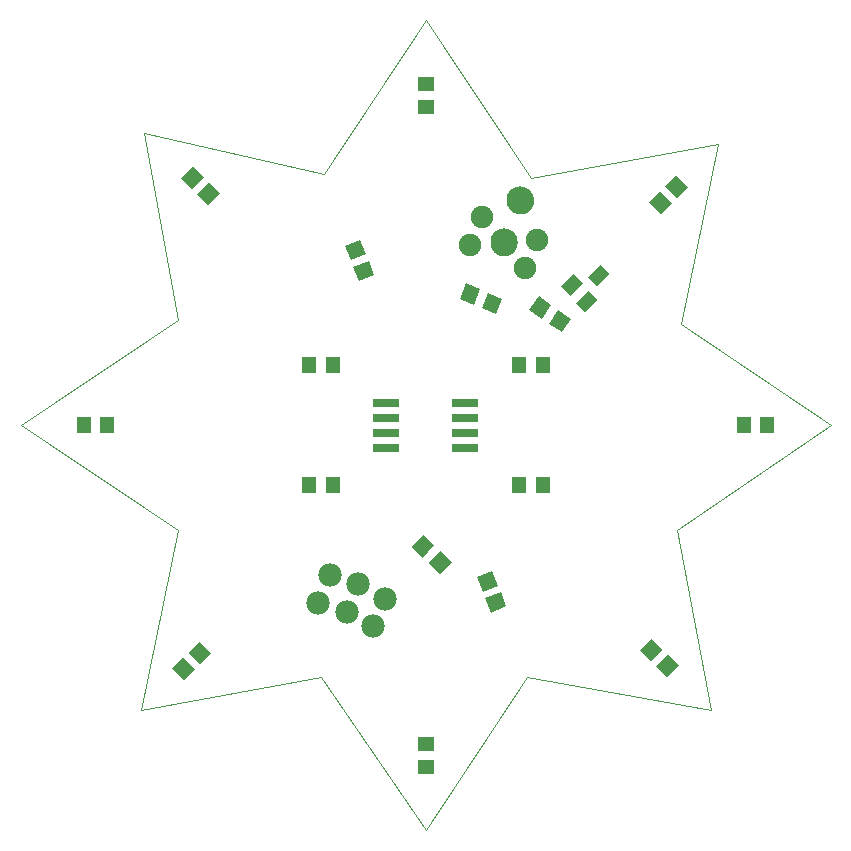
<source format=gts>
G75*
%MOIN*%
%OFA0B0*%
%FSLAX25Y25*%
%IPPOS*%
%LPD*%
%AMOC8*
5,1,8,0,0,1.08239X$1,22.5*
%
%ADD10C,0.00200*%
%ADD11C,0.00000*%
%ADD12C,0.09061*%
%ADD13R,0.05124X0.05518*%
%ADD14R,0.09061X0.02762*%
%ADD15R,0.05518X0.05124*%
%ADD16C,0.07800*%
%ADD17R,0.04337X0.05912*%
%ADD18C,0.07487*%
D10*
X0041350Y0042100D02*
X0101350Y0053350D01*
X0136350Y0002100D01*
X0170100Y0053350D01*
X0231350Y0042100D01*
X0220100Y0102100D01*
X0271350Y0137100D01*
X0221350Y0170850D01*
X0233850Y0230850D01*
X0171350Y0219600D01*
X0136350Y0272100D01*
X0102600Y0220850D01*
X0042600Y0234600D01*
X0053850Y0172100D01*
X0001350Y0137100D01*
X0053850Y0102100D01*
X0041350Y0042100D01*
D11*
X0158019Y0198100D02*
X0158021Y0198231D01*
X0158027Y0198363D01*
X0158037Y0198494D01*
X0158051Y0198625D01*
X0158069Y0198755D01*
X0158091Y0198884D01*
X0158116Y0199013D01*
X0158146Y0199141D01*
X0158180Y0199268D01*
X0158217Y0199395D01*
X0158258Y0199519D01*
X0158303Y0199643D01*
X0158352Y0199765D01*
X0158404Y0199886D01*
X0158460Y0200004D01*
X0158520Y0200122D01*
X0158583Y0200237D01*
X0158650Y0200350D01*
X0158720Y0200462D01*
X0158793Y0200571D01*
X0158869Y0200677D01*
X0158949Y0200782D01*
X0159032Y0200884D01*
X0159118Y0200983D01*
X0159207Y0201080D01*
X0159299Y0201174D01*
X0159394Y0201265D01*
X0159491Y0201354D01*
X0159591Y0201439D01*
X0159694Y0201521D01*
X0159799Y0201600D01*
X0159906Y0201676D01*
X0160016Y0201748D01*
X0160128Y0201817D01*
X0160242Y0201883D01*
X0160357Y0201945D01*
X0160475Y0202004D01*
X0160594Y0202059D01*
X0160715Y0202111D01*
X0160838Y0202158D01*
X0160962Y0202202D01*
X0161087Y0202243D01*
X0161213Y0202279D01*
X0161341Y0202312D01*
X0161469Y0202340D01*
X0161598Y0202365D01*
X0161728Y0202386D01*
X0161858Y0202403D01*
X0161989Y0202416D01*
X0162120Y0202425D01*
X0162251Y0202430D01*
X0162383Y0202431D01*
X0162514Y0202428D01*
X0162646Y0202421D01*
X0162777Y0202410D01*
X0162907Y0202395D01*
X0163037Y0202376D01*
X0163167Y0202353D01*
X0163295Y0202327D01*
X0163423Y0202296D01*
X0163550Y0202261D01*
X0163676Y0202223D01*
X0163800Y0202181D01*
X0163924Y0202135D01*
X0164045Y0202085D01*
X0164165Y0202032D01*
X0164284Y0201975D01*
X0164401Y0201915D01*
X0164515Y0201851D01*
X0164628Y0201783D01*
X0164739Y0201712D01*
X0164848Y0201638D01*
X0164954Y0201561D01*
X0165058Y0201480D01*
X0165159Y0201397D01*
X0165258Y0201310D01*
X0165354Y0201220D01*
X0165447Y0201127D01*
X0165538Y0201032D01*
X0165625Y0200934D01*
X0165710Y0200833D01*
X0165791Y0200730D01*
X0165869Y0200624D01*
X0165944Y0200516D01*
X0166016Y0200406D01*
X0166084Y0200294D01*
X0166149Y0200180D01*
X0166210Y0200063D01*
X0166268Y0199945D01*
X0166322Y0199825D01*
X0166373Y0199704D01*
X0166420Y0199581D01*
X0166463Y0199457D01*
X0166502Y0199332D01*
X0166538Y0199205D01*
X0166569Y0199077D01*
X0166597Y0198949D01*
X0166621Y0198820D01*
X0166641Y0198690D01*
X0166657Y0198559D01*
X0166669Y0198428D01*
X0166677Y0198297D01*
X0166681Y0198166D01*
X0166681Y0198034D01*
X0166677Y0197903D01*
X0166669Y0197772D01*
X0166657Y0197641D01*
X0166641Y0197510D01*
X0166621Y0197380D01*
X0166597Y0197251D01*
X0166569Y0197123D01*
X0166538Y0196995D01*
X0166502Y0196868D01*
X0166463Y0196743D01*
X0166420Y0196619D01*
X0166373Y0196496D01*
X0166322Y0196375D01*
X0166268Y0196255D01*
X0166210Y0196137D01*
X0166149Y0196020D01*
X0166084Y0195906D01*
X0166016Y0195794D01*
X0165944Y0195684D01*
X0165869Y0195576D01*
X0165791Y0195470D01*
X0165710Y0195367D01*
X0165625Y0195266D01*
X0165538Y0195168D01*
X0165447Y0195073D01*
X0165354Y0194980D01*
X0165258Y0194890D01*
X0165159Y0194803D01*
X0165058Y0194720D01*
X0164954Y0194639D01*
X0164848Y0194562D01*
X0164739Y0194488D01*
X0164628Y0194417D01*
X0164516Y0194349D01*
X0164401Y0194285D01*
X0164284Y0194225D01*
X0164165Y0194168D01*
X0164045Y0194115D01*
X0163924Y0194065D01*
X0163800Y0194019D01*
X0163676Y0193977D01*
X0163550Y0193939D01*
X0163423Y0193904D01*
X0163295Y0193873D01*
X0163167Y0193847D01*
X0163037Y0193824D01*
X0162907Y0193805D01*
X0162777Y0193790D01*
X0162646Y0193779D01*
X0162514Y0193772D01*
X0162383Y0193769D01*
X0162251Y0193770D01*
X0162120Y0193775D01*
X0161989Y0193784D01*
X0161858Y0193797D01*
X0161728Y0193814D01*
X0161598Y0193835D01*
X0161469Y0193860D01*
X0161341Y0193888D01*
X0161213Y0193921D01*
X0161087Y0193957D01*
X0160962Y0193998D01*
X0160838Y0194042D01*
X0160715Y0194089D01*
X0160594Y0194141D01*
X0160475Y0194196D01*
X0160357Y0194255D01*
X0160242Y0194317D01*
X0160128Y0194383D01*
X0160016Y0194452D01*
X0159906Y0194524D01*
X0159799Y0194600D01*
X0159694Y0194679D01*
X0159591Y0194761D01*
X0159491Y0194846D01*
X0159394Y0194935D01*
X0159299Y0195026D01*
X0159207Y0195120D01*
X0159118Y0195217D01*
X0159032Y0195316D01*
X0158949Y0195418D01*
X0158869Y0195523D01*
X0158793Y0195629D01*
X0158720Y0195738D01*
X0158650Y0195850D01*
X0158583Y0195963D01*
X0158520Y0196078D01*
X0158460Y0196196D01*
X0158404Y0196314D01*
X0158352Y0196435D01*
X0158303Y0196557D01*
X0158258Y0196681D01*
X0158217Y0196805D01*
X0158180Y0196932D01*
X0158146Y0197059D01*
X0158116Y0197187D01*
X0158091Y0197316D01*
X0158069Y0197445D01*
X0158051Y0197575D01*
X0158037Y0197706D01*
X0158027Y0197837D01*
X0158021Y0197969D01*
X0158019Y0198100D01*
X0163519Y0212100D02*
X0163521Y0212231D01*
X0163527Y0212363D01*
X0163537Y0212494D01*
X0163551Y0212625D01*
X0163569Y0212755D01*
X0163591Y0212884D01*
X0163616Y0213013D01*
X0163646Y0213141D01*
X0163680Y0213268D01*
X0163717Y0213395D01*
X0163758Y0213519D01*
X0163803Y0213643D01*
X0163852Y0213765D01*
X0163904Y0213886D01*
X0163960Y0214004D01*
X0164020Y0214122D01*
X0164083Y0214237D01*
X0164150Y0214350D01*
X0164220Y0214462D01*
X0164293Y0214571D01*
X0164369Y0214677D01*
X0164449Y0214782D01*
X0164532Y0214884D01*
X0164618Y0214983D01*
X0164707Y0215080D01*
X0164799Y0215174D01*
X0164894Y0215265D01*
X0164991Y0215354D01*
X0165091Y0215439D01*
X0165194Y0215521D01*
X0165299Y0215600D01*
X0165406Y0215676D01*
X0165516Y0215748D01*
X0165628Y0215817D01*
X0165742Y0215883D01*
X0165857Y0215945D01*
X0165975Y0216004D01*
X0166094Y0216059D01*
X0166215Y0216111D01*
X0166338Y0216158D01*
X0166462Y0216202D01*
X0166587Y0216243D01*
X0166713Y0216279D01*
X0166841Y0216312D01*
X0166969Y0216340D01*
X0167098Y0216365D01*
X0167228Y0216386D01*
X0167358Y0216403D01*
X0167489Y0216416D01*
X0167620Y0216425D01*
X0167751Y0216430D01*
X0167883Y0216431D01*
X0168014Y0216428D01*
X0168146Y0216421D01*
X0168277Y0216410D01*
X0168407Y0216395D01*
X0168537Y0216376D01*
X0168667Y0216353D01*
X0168795Y0216327D01*
X0168923Y0216296D01*
X0169050Y0216261D01*
X0169176Y0216223D01*
X0169300Y0216181D01*
X0169424Y0216135D01*
X0169545Y0216085D01*
X0169665Y0216032D01*
X0169784Y0215975D01*
X0169901Y0215915D01*
X0170015Y0215851D01*
X0170128Y0215783D01*
X0170239Y0215712D01*
X0170348Y0215638D01*
X0170454Y0215561D01*
X0170558Y0215480D01*
X0170659Y0215397D01*
X0170758Y0215310D01*
X0170854Y0215220D01*
X0170947Y0215127D01*
X0171038Y0215032D01*
X0171125Y0214934D01*
X0171210Y0214833D01*
X0171291Y0214730D01*
X0171369Y0214624D01*
X0171444Y0214516D01*
X0171516Y0214406D01*
X0171584Y0214294D01*
X0171649Y0214180D01*
X0171710Y0214063D01*
X0171768Y0213945D01*
X0171822Y0213825D01*
X0171873Y0213704D01*
X0171920Y0213581D01*
X0171963Y0213457D01*
X0172002Y0213332D01*
X0172038Y0213205D01*
X0172069Y0213077D01*
X0172097Y0212949D01*
X0172121Y0212820D01*
X0172141Y0212690D01*
X0172157Y0212559D01*
X0172169Y0212428D01*
X0172177Y0212297D01*
X0172181Y0212166D01*
X0172181Y0212034D01*
X0172177Y0211903D01*
X0172169Y0211772D01*
X0172157Y0211641D01*
X0172141Y0211510D01*
X0172121Y0211380D01*
X0172097Y0211251D01*
X0172069Y0211123D01*
X0172038Y0210995D01*
X0172002Y0210868D01*
X0171963Y0210743D01*
X0171920Y0210619D01*
X0171873Y0210496D01*
X0171822Y0210375D01*
X0171768Y0210255D01*
X0171710Y0210137D01*
X0171649Y0210020D01*
X0171584Y0209906D01*
X0171516Y0209794D01*
X0171444Y0209684D01*
X0171369Y0209576D01*
X0171291Y0209470D01*
X0171210Y0209367D01*
X0171125Y0209266D01*
X0171038Y0209168D01*
X0170947Y0209073D01*
X0170854Y0208980D01*
X0170758Y0208890D01*
X0170659Y0208803D01*
X0170558Y0208720D01*
X0170454Y0208639D01*
X0170348Y0208562D01*
X0170239Y0208488D01*
X0170128Y0208417D01*
X0170016Y0208349D01*
X0169901Y0208285D01*
X0169784Y0208225D01*
X0169665Y0208168D01*
X0169545Y0208115D01*
X0169424Y0208065D01*
X0169300Y0208019D01*
X0169176Y0207977D01*
X0169050Y0207939D01*
X0168923Y0207904D01*
X0168795Y0207873D01*
X0168667Y0207847D01*
X0168537Y0207824D01*
X0168407Y0207805D01*
X0168277Y0207790D01*
X0168146Y0207779D01*
X0168014Y0207772D01*
X0167883Y0207769D01*
X0167751Y0207770D01*
X0167620Y0207775D01*
X0167489Y0207784D01*
X0167358Y0207797D01*
X0167228Y0207814D01*
X0167098Y0207835D01*
X0166969Y0207860D01*
X0166841Y0207888D01*
X0166713Y0207921D01*
X0166587Y0207957D01*
X0166462Y0207998D01*
X0166338Y0208042D01*
X0166215Y0208089D01*
X0166094Y0208141D01*
X0165975Y0208196D01*
X0165857Y0208255D01*
X0165742Y0208317D01*
X0165628Y0208383D01*
X0165516Y0208452D01*
X0165406Y0208524D01*
X0165299Y0208600D01*
X0165194Y0208679D01*
X0165091Y0208761D01*
X0164991Y0208846D01*
X0164894Y0208935D01*
X0164799Y0209026D01*
X0164707Y0209120D01*
X0164618Y0209217D01*
X0164532Y0209316D01*
X0164449Y0209418D01*
X0164369Y0209523D01*
X0164293Y0209629D01*
X0164220Y0209738D01*
X0164150Y0209850D01*
X0164083Y0209963D01*
X0164020Y0210078D01*
X0163960Y0210196D01*
X0163904Y0210314D01*
X0163852Y0210435D01*
X0163803Y0210557D01*
X0163758Y0210681D01*
X0163717Y0210805D01*
X0163680Y0210932D01*
X0163646Y0211059D01*
X0163616Y0211187D01*
X0163591Y0211316D01*
X0163569Y0211445D01*
X0163551Y0211575D01*
X0163537Y0211706D01*
X0163527Y0211837D01*
X0163521Y0211969D01*
X0163519Y0212100D01*
D12*
X0167850Y0212100D03*
X0162350Y0198100D03*
D13*
G36*
X0149871Y0184436D02*
X0154593Y0182450D01*
X0152455Y0177364D01*
X0147733Y0179350D01*
X0149871Y0184436D01*
G37*
G36*
X0157245Y0181336D02*
X0161967Y0179350D01*
X0159829Y0174264D01*
X0155107Y0176250D01*
X0157245Y0181336D01*
G37*
G36*
X0175096Y0172651D02*
X0170885Y0175568D01*
X0174026Y0180103D01*
X0178237Y0177186D01*
X0175096Y0172651D01*
G37*
G36*
X0181674Y0168097D02*
X0177463Y0171014D01*
X0180604Y0175549D01*
X0184815Y0172632D01*
X0181674Y0168097D01*
G37*
X0175350Y0157100D03*
X0167350Y0157100D03*
X0167350Y0117100D03*
X0175350Y0117100D03*
G36*
X0158543Y0088485D02*
X0160462Y0083736D01*
X0155347Y0081669D01*
X0153428Y0086418D01*
X0158543Y0088485D01*
G37*
G36*
X0161353Y0081531D02*
X0163272Y0076782D01*
X0158157Y0074715D01*
X0156238Y0079464D01*
X0161353Y0081531D01*
G37*
G36*
X0141323Y0087633D02*
X0137547Y0091095D01*
X0141275Y0095163D01*
X0145051Y0091701D01*
X0141323Y0087633D01*
G37*
G36*
X0135425Y0093037D02*
X0131649Y0096499D01*
X0135377Y0100567D01*
X0139153Y0097105D01*
X0135425Y0093037D01*
G37*
X0105350Y0117100D03*
X0097350Y0117100D03*
X0097350Y0157100D03*
X0105350Y0157100D03*
G36*
X0114157Y0185215D02*
X0112238Y0189964D01*
X0117353Y0192031D01*
X0119272Y0187282D01*
X0114157Y0185215D01*
G37*
G36*
X0111347Y0192169D02*
X0109428Y0196918D01*
X0114543Y0198985D01*
X0116462Y0194236D01*
X0111347Y0192169D01*
G37*
G36*
X0063863Y0210686D02*
X0060240Y0214309D01*
X0064141Y0218210D01*
X0067764Y0214587D01*
X0063863Y0210686D01*
G37*
G36*
X0058559Y0215990D02*
X0054936Y0219613D01*
X0058837Y0223514D01*
X0062460Y0219891D01*
X0058559Y0215990D01*
G37*
X0030100Y0137100D03*
X0022600Y0137100D03*
G36*
X0064764Y0061113D02*
X0061141Y0057490D01*
X0057240Y0061391D01*
X0060863Y0065014D01*
X0064764Y0061113D01*
G37*
G36*
X0059460Y0055809D02*
X0055837Y0052186D01*
X0051936Y0056087D01*
X0055559Y0059710D01*
X0059460Y0055809D01*
G37*
G36*
X0211837Y0066014D02*
X0215460Y0062391D01*
X0211559Y0058490D01*
X0207936Y0062113D01*
X0211837Y0066014D01*
G37*
G36*
X0217141Y0060710D02*
X0220764Y0057087D01*
X0216863Y0053186D01*
X0213240Y0056809D01*
X0217141Y0060710D01*
G37*
X0242600Y0137100D03*
X0250100Y0137100D03*
G36*
X0210936Y0211587D02*
X0214559Y0215210D01*
X0218460Y0211309D01*
X0214837Y0207686D01*
X0210936Y0211587D01*
G37*
G36*
X0216240Y0216891D02*
X0219863Y0220514D01*
X0223764Y0216613D01*
X0220141Y0212990D01*
X0216240Y0216891D01*
G37*
D14*
X0149460Y0144600D03*
X0149460Y0139600D03*
X0149460Y0134600D03*
X0149460Y0129600D03*
X0123240Y0129600D03*
X0123240Y0134600D03*
X0123240Y0139600D03*
X0123240Y0144600D03*
D15*
X0136350Y0243350D03*
X0136350Y0250850D03*
X0136350Y0030850D03*
X0136350Y0023350D03*
D16*
X0118953Y0070167D03*
X0110113Y0074949D03*
X0113972Y0084174D03*
X0104361Y0087110D03*
X0100502Y0077885D03*
X0122812Y0079392D03*
D17*
G36*
X0189502Y0174817D02*
X0186562Y0178003D01*
X0190906Y0182011D01*
X0193846Y0178825D01*
X0189502Y0174817D01*
G37*
G36*
X0184429Y0180315D02*
X0181489Y0183501D01*
X0185833Y0187509D01*
X0188773Y0184323D01*
X0184429Y0180315D01*
G37*
G36*
X0193331Y0183440D02*
X0190391Y0186626D01*
X0194735Y0190634D01*
X0197675Y0187448D01*
X0193331Y0183440D01*
G37*
D18*
X0173506Y0198834D03*
X0169631Y0189616D03*
X0151194Y0197366D03*
X0155069Y0206584D03*
M02*

</source>
